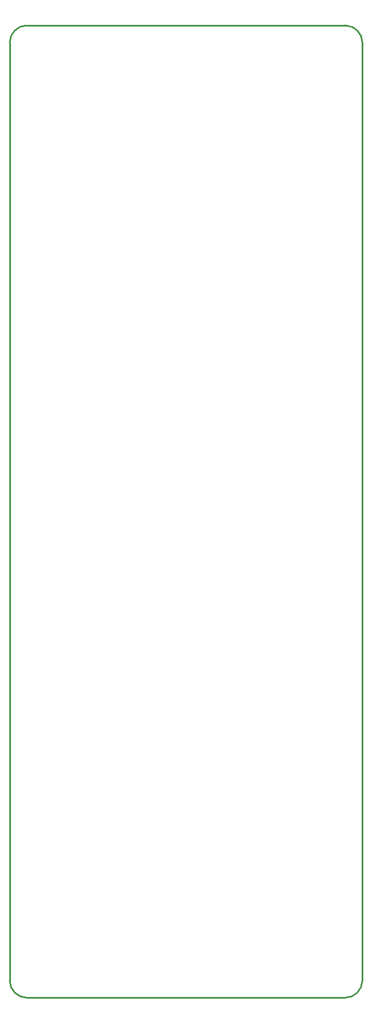
<source format=gko>
G04*
G04 #@! TF.GenerationSoftware,Altium Limited,Altium Designer,24.7.2 (38)*
G04*
G04 Layer_Color=16711935*
%FSLAX25Y25*%
%MOIN*%
G70*
G04*
G04 #@! TF.SameCoordinates,CC8A6A43-B504-4C59-8E3F-8C83A17D3AF1*
G04*
G04*
G04 #@! TF.FilePolarity,Positive*
G04*
G01*
G75*
%ADD16C,0.01000*%
D16*
X203500Y550500D02*
G03*
X193500Y560500I-10000J0D01*
G01*
Y0D02*
G03*
X203500Y10000I0J10000D01*
G01*
X10000Y560500D02*
G03*
X0Y550500I0J-10000D01*
G01*
Y10000D02*
G03*
X10000Y0I10000J0D01*
G01*
X193500D01*
X10000Y560500D02*
X193500D01*
X203500Y10000D02*
Y550500D01*
X0Y10000D02*
Y550500D01*
M02*

</source>
